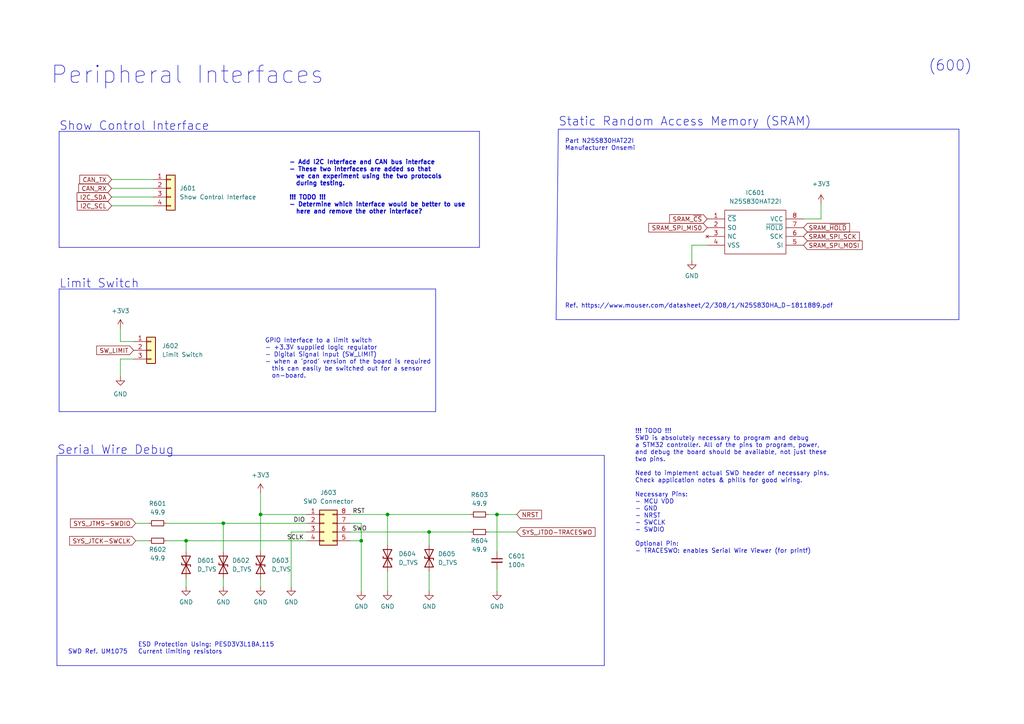
<source format=kicad_sch>
(kicad_sch (version 20230121) (generator eeschema)

  (uuid e96501d4-8ee8-446a-a279-025248d55db0)

  (paper "A4")

  (title_block
    (title "Peripheral Interfaces")
    (date "2022-10-30")
    (rev "HULA - 0.2")
    (company "Alexander S. Adranly")
  )

  (lib_symbols
    (symbol "Connector_Generic:Conn_01x03" (pin_names (offset 1.016) hide) (in_bom yes) (on_board yes)
      (property "Reference" "J" (at 0 5.08 0)
        (effects (font (size 1.27 1.27)))
      )
      (property "Value" "Conn_01x03" (at 0 -5.08 0)
        (effects (font (size 1.27 1.27)))
      )
      (property "Footprint" "" (at 0 0 0)
        (effects (font (size 1.27 1.27)) hide)
      )
      (property "Datasheet" "~" (at 0 0 0)
        (effects (font (size 1.27 1.27)) hide)
      )
      (property "ki_keywords" "connector" (at 0 0 0)
        (effects (font (size 1.27 1.27)) hide)
      )
      (property "ki_description" "Generic connector, single row, 01x03, script generated (kicad-library-utils/schlib/autogen/connector/)" (at 0 0 0)
        (effects (font (size 1.27 1.27)) hide)
      )
      (property "ki_fp_filters" "Connector*:*_1x??_*" (at 0 0 0)
        (effects (font (size 1.27 1.27)) hide)
      )
      (symbol "Conn_01x03_1_1"
        (rectangle (start -1.27 -2.413) (end 0 -2.667)
          (stroke (width 0.1524) (type default))
          (fill (type none))
        )
        (rectangle (start -1.27 0.127) (end 0 -0.127)
          (stroke (width 0.1524) (type default))
          (fill (type none))
        )
        (rectangle (start -1.27 2.667) (end 0 2.413)
          (stroke (width 0.1524) (type default))
          (fill (type none))
        )
        (rectangle (start -1.27 3.81) (end 1.27 -3.81)
          (stroke (width 0.254) (type default))
          (fill (type background))
        )
        (pin passive line (at -5.08 2.54 0) (length 3.81)
          (name "Pin_1" (effects (font (size 1.27 1.27))))
          (number "1" (effects (font (size 1.27 1.27))))
        )
        (pin passive line (at -5.08 0 0) (length 3.81)
          (name "Pin_2" (effects (font (size 1.27 1.27))))
          (number "2" (effects (font (size 1.27 1.27))))
        )
        (pin passive line (at -5.08 -2.54 0) (length 3.81)
          (name "Pin_3" (effects (font (size 1.27 1.27))))
          (number "3" (effects (font (size 1.27 1.27))))
        )
      )
    )
    (symbol "Connector_Generic:Conn_01x04" (pin_names (offset 1.016) hide) (in_bom yes) (on_board yes)
      (property "Reference" "J" (at 0 5.08 0)
        (effects (font (size 1.27 1.27)))
      )
      (property "Value" "Conn_01x04" (at 0 -7.62 0)
        (effects (font (size 1.27 1.27)))
      )
      (property "Footprint" "" (at 0 0 0)
        (effects (font (size 1.27 1.27)) hide)
      )
      (property "Datasheet" "~" (at 0 0 0)
        (effects (font (size 1.27 1.27)) hide)
      )
      (property "ki_keywords" "connector" (at 0 0 0)
        (effects (font (size 1.27 1.27)) hide)
      )
      (property "ki_description" "Generic connector, single row, 01x04, script generated (kicad-library-utils/schlib/autogen/connector/)" (at 0 0 0)
        (effects (font (size 1.27 1.27)) hide)
      )
      (property "ki_fp_filters" "Connector*:*_1x??_*" (at 0 0 0)
        (effects (font (size 1.27 1.27)) hide)
      )
      (symbol "Conn_01x04_1_1"
        (rectangle (start -1.27 -4.953) (end 0 -5.207)
          (stroke (width 0.1524) (type default))
          (fill (type none))
        )
        (rectangle (start -1.27 -2.413) (end 0 -2.667)
          (stroke (width 0.1524) (type default))
          (fill (type none))
        )
        (rectangle (start -1.27 0.127) (end 0 -0.127)
          (stroke (width 0.1524) (type default))
          (fill (type none))
        )
        (rectangle (start -1.27 2.667) (end 0 2.413)
          (stroke (width 0.1524) (type default))
          (fill (type none))
        )
        (rectangle (start -1.27 3.81) (end 1.27 -6.35)
          (stroke (width 0.254) (type default))
          (fill (type background))
        )
        (pin passive line (at -5.08 2.54 0) (length 3.81)
          (name "Pin_1" (effects (font (size 1.27 1.27))))
          (number "1" (effects (font (size 1.27 1.27))))
        )
        (pin passive line (at -5.08 0 0) (length 3.81)
          (name "Pin_2" (effects (font (size 1.27 1.27))))
          (number "2" (effects (font (size 1.27 1.27))))
        )
        (pin passive line (at -5.08 -2.54 0) (length 3.81)
          (name "Pin_3" (effects (font (size 1.27 1.27))))
          (number "3" (effects (font (size 1.27 1.27))))
        )
        (pin passive line (at -5.08 -5.08 0) (length 3.81)
          (name "Pin_4" (effects (font (size 1.27 1.27))))
          (number "4" (effects (font (size 1.27 1.27))))
        )
      )
    )
    (symbol "Connector_Generic:Conn_02x04_Counter_Clockwise" (pin_names (offset 1.016) hide) (in_bom yes) (on_board yes)
      (property "Reference" "J" (at 1.27 5.08 0)
        (effects (font (size 1.27 1.27)))
      )
      (property "Value" "Conn_02x04_Counter_Clockwise" (at 1.27 -7.62 0)
        (effects (font (size 1.27 1.27)))
      )
      (property "Footprint" "" (at 0 0 0)
        (effects (font (size 1.27 1.27)) hide)
      )
      (property "Datasheet" "~" (at 0 0 0)
        (effects (font (size 1.27 1.27)) hide)
      )
      (property "ki_keywords" "connector" (at 0 0 0)
        (effects (font (size 1.27 1.27)) hide)
      )
      (property "ki_description" "Generic connector, double row, 02x04, counter clockwise pin numbering scheme (similar to DIP packge numbering), script generated (kicad-library-utils/schlib/autogen/connector/)" (at 0 0 0)
        (effects (font (size 1.27 1.27)) hide)
      )
      (property "ki_fp_filters" "Connector*:*_2x??_*" (at 0 0 0)
        (effects (font (size 1.27 1.27)) hide)
      )
      (symbol "Conn_02x04_Counter_Clockwise_1_1"
        (rectangle (start -1.27 -4.953) (end 0 -5.207)
          (stroke (width 0.1524) (type default))
          (fill (type none))
        )
        (rectangle (start -1.27 -2.413) (end 0 -2.667)
          (stroke (width 0.1524) (type default))
          (fill (type none))
        )
        (rectangle (start -1.27 0.127) (end 0 -0.127)
          (stroke (width 0.1524) (type default))
          (fill (type none))
        )
        (rectangle (start -1.27 2.667) (end 0 2.413)
          (stroke (width 0.1524) (type default))
          (fill (type none))
        )
        (rectangle (start -1.27 3.81) (end 3.81 -6.35)
          (stroke (width 0.254) (type default))
          (fill (type background))
        )
        (rectangle (start 3.81 -4.953) (end 2.54 -5.207)
          (stroke (width 0.1524) (type default))
          (fill (type none))
        )
        (rectangle (start 3.81 -2.413) (end 2.54 -2.667)
          (stroke (width 0.1524) (type default))
          (fill (type none))
        )
        (rectangle (start 3.81 0.127) (end 2.54 -0.127)
          (stroke (width 0.1524) (type default))
          (fill (type none))
        )
        (rectangle (start 3.81 2.667) (end 2.54 2.413)
          (stroke (width 0.1524) (type default))
          (fill (type none))
        )
        (pin passive line (at -5.08 2.54 0) (length 3.81)
          (name "Pin_1" (effects (font (size 1.27 1.27))))
          (number "1" (effects (font (size 1.27 1.27))))
        )
        (pin passive line (at -5.08 0 0) (length 3.81)
          (name "Pin_2" (effects (font (size 1.27 1.27))))
          (number "2" (effects (font (size 1.27 1.27))))
        )
        (pin passive line (at -5.08 -2.54 0) (length 3.81)
          (name "Pin_3" (effects (font (size 1.27 1.27))))
          (number "3" (effects (font (size 1.27 1.27))))
        )
        (pin passive line (at -5.08 -5.08 0) (length 3.81)
          (name "Pin_4" (effects (font (size 1.27 1.27))))
          (number "4" (effects (font (size 1.27 1.27))))
        )
        (pin passive line (at 7.62 -5.08 180) (length 3.81)
          (name "Pin_5" (effects (font (size 1.27 1.27))))
          (number "5" (effects (font (size 1.27 1.27))))
        )
        (pin passive line (at 7.62 -2.54 180) (length 3.81)
          (name "Pin_6" (effects (font (size 1.27 1.27))))
          (number "6" (effects (font (size 1.27 1.27))))
        )
        (pin passive line (at 7.62 0 180) (length 3.81)
          (name "Pin_7" (effects (font (size 1.27 1.27))))
          (number "7" (effects (font (size 1.27 1.27))))
        )
        (pin passive line (at 7.62 2.54 180) (length 3.81)
          (name "Pin_8" (effects (font (size 1.27 1.27))))
          (number "8" (effects (font (size 1.27 1.27))))
        )
      )
    )
    (symbol "Device:C_Small" (pin_numbers hide) (pin_names (offset 0.254) hide) (in_bom yes) (on_board yes)
      (property "Reference" "C" (at 0.254 1.778 0)
        (effects (font (size 1.27 1.27)) (justify left))
      )
      (property "Value" "C_Small" (at 0.254 -2.032 0)
        (effects (font (size 1.27 1.27)) (justify left))
      )
      (property "Footprint" "" (at 0 0 0)
        (effects (font (size 1.27 1.27)) hide)
      )
      (property "Datasheet" "~" (at 0 0 0)
        (effects (font (size 1.27 1.27)) hide)
      )
      (property "ki_keywords" "capacitor cap" (at 0 0 0)
        (effects (font (size 1.27 1.27)) hide)
      )
      (property "ki_description" "Unpolarized capacitor, small symbol" (at 0 0 0)
        (effects (font (size 1.27 1.27)) hide)
      )
      (property "ki_fp_filters" "C_*" (at 0 0 0)
        (effects (font (size 1.27 1.27)) hide)
      )
      (symbol "C_Small_0_1"
        (polyline
          (pts
            (xy -1.524 -0.508)
            (xy 1.524 -0.508)
          )
          (stroke (width 0.3302) (type default))
          (fill (type none))
        )
        (polyline
          (pts
            (xy -1.524 0.508)
            (xy 1.524 0.508)
          )
          (stroke (width 0.3048) (type default))
          (fill (type none))
        )
      )
      (symbol "C_Small_1_1"
        (pin passive line (at 0 2.54 270) (length 2.032)
          (name "~" (effects (font (size 1.27 1.27))))
          (number "1" (effects (font (size 1.27 1.27))))
        )
        (pin passive line (at 0 -2.54 90) (length 2.032)
          (name "~" (effects (font (size 1.27 1.27))))
          (number "2" (effects (font (size 1.27 1.27))))
        )
      )
    )
    (symbol "Device:D_TVS" (pin_numbers hide) (pin_names (offset 1.016) hide) (in_bom yes) (on_board yes)
      (property "Reference" "D" (at 0 2.54 0)
        (effects (font (size 1.27 1.27)))
      )
      (property "Value" "D_TVS" (at 0 -2.54 0)
        (effects (font (size 1.27 1.27)))
      )
      (property "Footprint" "" (at 0 0 0)
        (effects (font (size 1.27 1.27)) hide)
      )
      (property "Datasheet" "~" (at 0 0 0)
        (effects (font (size 1.27 1.27)) hide)
      )
      (property "ki_keywords" "diode TVS thyrector" (at 0 0 0)
        (effects (font (size 1.27 1.27)) hide)
      )
      (property "ki_description" "Bidirectional transient-voltage-suppression diode" (at 0 0 0)
        (effects (font (size 1.27 1.27)) hide)
      )
      (property "ki_fp_filters" "TO-???* *_Diode_* *SingleDiode* D_*" (at 0 0 0)
        (effects (font (size 1.27 1.27)) hide)
      )
      (symbol "D_TVS_0_1"
        (polyline
          (pts
            (xy 1.27 0)
            (xy -1.27 0)
          )
          (stroke (width 0) (type default))
          (fill (type none))
        )
        (polyline
          (pts
            (xy 0.508 1.27)
            (xy 0 1.27)
            (xy 0 -1.27)
            (xy -0.508 -1.27)
          )
          (stroke (width 0.254) (type default))
          (fill (type none))
        )
        (polyline
          (pts
            (xy -2.54 1.27)
            (xy -2.54 -1.27)
            (xy 2.54 1.27)
            (xy 2.54 -1.27)
            (xy -2.54 1.27)
          )
          (stroke (width 0.254) (type default))
          (fill (type none))
        )
      )
      (symbol "D_TVS_1_1"
        (pin passive line (at -3.81 0 0) (length 2.54)
          (name "A1" (effects (font (size 1.27 1.27))))
          (number "1" (effects (font (size 1.27 1.27))))
        )
        (pin passive line (at 3.81 0 180) (length 2.54)
          (name "A2" (effects (font (size 1.27 1.27))))
          (number "2" (effects (font (size 1.27 1.27))))
        )
      )
    )
    (symbol "Device:R_Small" (pin_numbers hide) (pin_names (offset 0.254) hide) (in_bom yes) (on_board yes)
      (property "Reference" "R" (at 0.762 0.508 0)
        (effects (font (size 1.27 1.27)) (justify left))
      )
      (property "Value" "R_Small" (at 0.762 -1.016 0)
        (effects (font (size 1.27 1.27)) (justify left))
      )
      (property "Footprint" "" (at 0 0 0)
        (effects (font (size 1.27 1.27)) hide)
      )
      (property "Datasheet" "~" (at 0 0 0)
        (effects (font (size 1.27 1.27)) hide)
      )
      (property "ki_keywords" "R resistor" (at 0 0 0)
        (effects (font (size 1.27 1.27)) hide)
      )
      (property "ki_description" "Resistor, small symbol" (at 0 0 0)
        (effects (font (size 1.27 1.27)) hide)
      )
      (property "ki_fp_filters" "R_*" (at 0 0 0)
        (effects (font (size 1.27 1.27)) hide)
      )
      (symbol "R_Small_0_1"
        (rectangle (start -0.762 1.778) (end 0.762 -1.778)
          (stroke (width 0.2032) (type default))
          (fill (type none))
        )
      )
      (symbol "R_Small_1_1"
        (pin passive line (at 0 2.54 270) (length 0.762)
          (name "~" (effects (font (size 1.27 1.27))))
          (number "1" (effects (font (size 1.27 1.27))))
        )
        (pin passive line (at 0 -2.54 90) (length 0.762)
          (name "~" (effects (font (size 1.27 1.27))))
          (number "2" (effects (font (size 1.27 1.27))))
        )
      )
    )
    (symbol "SamacSys_Parts:N25S830HAT22I" (pin_names (offset 0.762)) (in_bom yes) (on_board yes)
      (property "Reference" "IC" (at 24.13 7.62 0)
        (effects (font (size 1.27 1.27)) (justify left))
      )
      (property "Value" "N25S830HAT22I" (at 24.13 5.08 0)
        (effects (font (size 1.27 1.27)) (justify left))
      )
      (property "Footprint" "SOP65P640X120-8N" (at 24.13 2.54 0)
        (effects (font (size 1.27 1.27)) (justify left) hide)
      )
      (property "Datasheet" "https://componentsearchengine.com/Datasheets/1/N25S830HAT22I.pdf" (at 24.13 0 0)
        (effects (font (size 1.27 1.27)) (justify left) hide)
      )
      (property "Description" "" (at 24.13 -2.54 0)
        (effects (font (size 1.27 1.27)) (justify left) hide)
      )
      (property "Height" "1.2" (at 24.13 -5.08 0)
        (effects (font (size 1.27 1.27)) (justify left) hide)
      )
      (property "Mouser Part Number" "863-N25S830HAT22I" (at 24.13 -7.62 0)
        (effects (font (size 1.27 1.27)) (justify left) hide)
      )
      (property "Mouser Price/Stock" "https://www.mouser.com/Search/Refine.aspx?Keyword=863-N25S830HAT22I" (at 24.13 -10.16 0)
        (effects (font (size 1.27 1.27)) (justify left) hide)
      )
      (property "Manufacturer_Name" "onsemi" (at 24.13 -12.7 0)
        (effects (font (size 1.27 1.27)) (justify left) hide)
      )
      (property "Manufacturer_Part_Number" "N25S830HAT22I" (at 24.13 -15.24 0)
        (effects (font (size 1.27 1.27)) (justify left) hide)
      )
      (symbol "N25S830HAT22I_0_0"
        (pin input line (at 0 0 0) (length 5.08)
          (name "~{CS}" (effects (font (size 1.27 1.27))))
          (number "1" (effects (font (size 1.27 1.27))))
        )
        (pin passive line (at 0 -2.54 0) (length 5.08)
          (name "SO" (effects (font (size 1.27 1.27))))
          (number "2" (effects (font (size 1.27 1.27))))
        )
        (pin no_connect line (at 0 -5.08 0) (length 5.08)
          (name "NC" (effects (font (size 1.27 1.27))))
          (number "3" (effects (font (size 1.27 1.27))))
        )
        (pin power_in line (at 0 -7.62 0) (length 5.08)
          (name "VSS" (effects (font (size 1.27 1.27))))
          (number "4" (effects (font (size 1.27 1.27))))
        )
        (pin passive line (at 27.94 -7.62 180) (length 5.08)
          (name "SI" (effects (font (size 1.27 1.27))))
          (number "5" (effects (font (size 1.27 1.27))))
        )
        (pin passive line (at 27.94 -5.08 180) (length 5.08)
          (name "SCK" (effects (font (size 1.27 1.27))))
          (number "6" (effects (font (size 1.27 1.27))))
        )
        (pin passive line (at 27.94 -2.54 180) (length 5.08)
          (name "~{HOLD}" (effects (font (size 1.27 1.27))))
          (number "7" (effects (font (size 1.27 1.27))))
        )
        (pin power_in line (at 27.94 0 180) (length 5.08)
          (name "VCC" (effects (font (size 1.27 1.27))))
          (number "8" (effects (font (size 1.27 1.27))))
        )
      )
      (symbol "N25S830HAT22I_0_1"
        (polyline
          (pts
            (xy 5.08 2.54)
            (xy 22.86 2.54)
            (xy 22.86 -10.16)
            (xy 5.08 -10.16)
            (xy 5.08 2.54)
          )
          (stroke (width 0.1524) (type default))
          (fill (type none))
        )
      )
    )
    (symbol "power:+3V3" (power) (pin_names (offset 0)) (in_bom yes) (on_board yes)
      (property "Reference" "#PWR" (at 0 -3.81 0)
        (effects (font (size 1.27 1.27)) hide)
      )
      (property "Value" "+3V3" (at 0 3.556 0)
        (effects (font (size 1.27 1.27)))
      )
      (property "Footprint" "" (at 0 0 0)
        (effects (font (size 1.27 1.27)) hide)
      )
      (property "Datasheet" "" (at 0 0 0)
        (effects (font (size 1.27 1.27)) hide)
      )
      (property "ki_keywords" "power-flag" (at 0 0 0)
        (effects (font (size 1.27 1.27)) hide)
      )
      (property "ki_description" "Power symbol creates a global label with name \"+3V3\"" (at 0 0 0)
        (effects (font (size 1.27 1.27)) hide)
      )
      (symbol "+3V3_0_1"
        (polyline
          (pts
            (xy -0.762 1.27)
            (xy 0 2.54)
          )
          (stroke (width 0) (type default))
          (fill (type none))
        )
        (polyline
          (pts
            (xy 0 0)
            (xy 0 2.54)
          )
          (stroke (width 0) (type default))
          (fill (type none))
        )
        (polyline
          (pts
            (xy 0 2.54)
            (xy 0.762 1.27)
          )
          (stroke (width 0) (type default))
          (fill (type none))
        )
      )
      (symbol "+3V3_1_1"
        (pin power_in line (at 0 0 90) (length 0) hide
          (name "+3V3" (effects (font (size 1.27 1.27))))
          (number "1" (effects (font (size 1.27 1.27))))
        )
      )
    )
    (symbol "power:GND" (power) (pin_names (offset 0)) (in_bom yes) (on_board yes)
      (property "Reference" "#PWR" (at 0 -6.35 0)
        (effects (font (size 1.27 1.27)) hide)
      )
      (property "Value" "GND" (at 0 -3.81 0)
        (effects (font (size 1.27 1.27)))
      )
      (property "Footprint" "" (at 0 0 0)
        (effects (font (size 1.27 1.27)) hide)
      )
      (property "Datasheet" "" (at 0 0 0)
        (effects (font (size 1.27 1.27)) hide)
      )
      (property "ki_keywords" "power-flag" (at 0 0 0)
        (effects (font (size 1.27 1.27)) hide)
      )
      (property "ki_description" "Power symbol creates a global label with name \"GND\" , ground" (at 0 0 0)
        (effects (font (size 1.27 1.27)) hide)
      )
      (symbol "GND_0_1"
        (polyline
          (pts
            (xy 0 0)
            (xy 0 -1.27)
            (xy 1.27 -1.27)
            (xy 0 -2.54)
            (xy -1.27 -1.27)
            (xy 0 -1.27)
          )
          (stroke (width 0) (type default))
          (fill (type none))
        )
      )
      (symbol "GND_1_1"
        (pin power_in line (at 0 0 270) (length 0) hide
          (name "GND" (effects (font (size 1.27 1.27))))
          (number "1" (effects (font (size 1.27 1.27))))
        )
      )
    )
  )

  (junction (at 124.46 154.305) (diameter 0) (color 0 0 0 0)
    (uuid 51ce52e5-b554-4046-b008-b81c03c3db2c)
  )
  (junction (at 144.145 149.225) (diameter 0) (color 0 0 0 0)
    (uuid 6ebbbe80-76c6-4fe5-ab55-07901988dfd3)
  )
  (junction (at 112.395 149.225) (diameter 0) (color 0 0 0 0)
    (uuid 8b55dfbd-1547-40f7-a59d-5ca2c6acd29a)
  )
  (junction (at 64.77 151.765) (diameter 0) (color 0 0 0 0)
    (uuid 9b628c3d-8819-4f01-9590-16c2ebb74412)
  )
  (junction (at 75.565 149.225) (diameter 0) (color 0 0 0 0)
    (uuid 9f8c739f-1986-4829-86f4-c5764f664e59)
  )
  (junction (at 53.975 156.845) (diameter 0) (color 0 0 0 0)
    (uuid bf8cfa6f-8df7-4862-815e-6fa322b657cb)
  )
  (junction (at 104.775 156.845) (diameter 0) (color 0 0 0 0)
    (uuid cf7949f2-5f13-4f57-b25b-8a7aaf4ab47b)
  )

  (polyline (pts (xy 17.145 71.755) (xy 139.065 71.755))
    (stroke (width 0) (type default))
    (uuid 05c7ab2d-2632-438d-b344-24bc61d43f9c)
  )

  (wire (pts (xy 112.395 149.225) (xy 101.6 149.225))
    (stroke (width 0) (type default))
    (uuid 09004340-51e9-4a1f-9bf8-47ad34c1b247)
  )
  (polyline (pts (xy 126.365 119.38) (xy 126.365 83.82))
    (stroke (width 0) (type default))
    (uuid 0bf812a4-50c3-4ffe-b50c-37a0d9a2ee10)
  )

  (wire (pts (xy 64.77 151.765) (xy 88.9 151.765))
    (stroke (width 0) (type default))
    (uuid 1288dab8-66ac-45d2-a65d-479cd6d6ef0e)
  )
  (wire (pts (xy 53.975 167.64) (xy 53.975 170.18))
    (stroke (width 0) (type default))
    (uuid 14c46388-7df8-4e76-a007-76e9f15ce559)
  )
  (wire (pts (xy 144.145 149.225) (xy 141.605 149.225))
    (stroke (width 0) (type default))
    (uuid 176e19b1-5f8b-4407-b355-df841cb57085)
  )
  (wire (pts (xy 101.6 156.845) (xy 104.775 156.845))
    (stroke (width 0) (type default))
    (uuid 1d54a2a3-af93-4c5b-b4f8-5d1b20d71a0f)
  )
  (wire (pts (xy 75.565 167.64) (xy 75.565 170.18))
    (stroke (width 0) (type default))
    (uuid 2a02a125-f579-4d46-8687-a8c16c0dad6b)
  )
  (wire (pts (xy 238.125 63.5) (xy 238.125 59.055))
    (stroke (width 0) (type default))
    (uuid 2a52db8b-2cf4-4f97-b17c-b0419d275383)
  )
  (wire (pts (xy 149.86 149.225) (xy 144.145 149.225))
    (stroke (width 0) (type default))
    (uuid 2a6ce220-6ace-4a3f-af31-e2c4b71b6b78)
  )
  (wire (pts (xy 124.46 154.305) (xy 101.6 154.305))
    (stroke (width 0) (type default))
    (uuid 2c8a1a9f-1132-4703-b434-0312214ac19e)
  )
  (wire (pts (xy 84.455 154.305) (xy 84.455 170.18))
    (stroke (width 0) (type default))
    (uuid 2f9cdeb2-9fa0-4178-8811-1e3157849382)
  )
  (wire (pts (xy 32.385 54.61) (xy 44.45 54.61))
    (stroke (width 0) (type default))
    (uuid 32a32bf1-caa7-454c-9051-ba29b90cf834)
  )
  (polyline (pts (xy 175.26 193.04) (xy 175.26 132.08))
    (stroke (width 0) (type default))
    (uuid 39152878-04c2-46b6-9093-1fe84e7c099b)
  )

  (wire (pts (xy 136.525 149.225) (xy 112.395 149.225))
    (stroke (width 0) (type default))
    (uuid 3cf0f6b9-160f-4f82-9279-adb891fbbe79)
  )
  (polyline (pts (xy 17.145 38.1) (xy 17.145 71.755))
    (stroke (width 0) (type default))
    (uuid 41341b8d-54a0-4e45-8431-2a06e2d6a091)
  )

  (wire (pts (xy 48.26 156.845) (xy 53.975 156.845))
    (stroke (width 0) (type default))
    (uuid 41e28ab1-77e6-4266-8f4f-e801c7bf418a)
  )
  (wire (pts (xy 32.385 57.15) (xy 44.45 57.15))
    (stroke (width 0) (type default))
    (uuid 474b692a-9f07-4b2d-a7eb-8b483bb94007)
  )
  (wire (pts (xy 104.775 156.845) (xy 104.775 171.45))
    (stroke (width 0) (type default))
    (uuid 4e433d53-7cbf-4903-8e66-31630e4c5078)
  )
  (wire (pts (xy 38.735 99.06) (xy 34.925 99.06))
    (stroke (width 0) (type default))
    (uuid 6186b7e1-c108-488f-95c9-89c989347919)
  )
  (wire (pts (xy 53.975 156.845) (xy 88.9 156.845))
    (stroke (width 0) (type default))
    (uuid 64c672a1-6813-47f1-80f2-63231998f793)
  )
  (wire (pts (xy 104.775 151.765) (xy 104.775 156.845))
    (stroke (width 0) (type default))
    (uuid 66d717f5-f48c-42e1-846e-f5ea8f43a953)
  )
  (wire (pts (xy 136.525 154.305) (xy 124.46 154.305))
    (stroke (width 0) (type default))
    (uuid 68e8b15d-fd90-4c27-998d-039ddbb6c916)
  )
  (wire (pts (xy 39.37 156.845) (xy 43.18 156.845))
    (stroke (width 0) (type default))
    (uuid 6f20ce33-6e04-47bd-8325-bff83842ad1f)
  )
  (wire (pts (xy 39.37 151.765) (xy 43.18 151.765))
    (stroke (width 0) (type default))
    (uuid 716d5a95-c1f7-42b2-ba5f-c57d92f6788d)
  )
  (polyline (pts (xy 17.145 83.82) (xy 17.145 119.38))
    (stroke (width 0) (type default))
    (uuid 71e2d103-b3ec-4a40-9da1-cac5905d93e2)
  )
  (polyline (pts (xy 16.51 132.08) (xy 16.51 193.04))
    (stroke (width 0) (type default))
    (uuid 72ced4a1-cea6-480c-8cd2-44b0ca0d2c08)
  )
  (polyline (pts (xy 161.29 92.71) (xy 278.13 92.71))
    (stroke (width 0) (type default))
    (uuid 7aa8856e-4196-49e0-954f-b105f33bfae7)
  )
  (polyline (pts (xy 278.13 92.71) (xy 278.13 37.465))
    (stroke (width 0) (type default))
    (uuid 89d6792e-f901-40a9-943f-4ae7ff1e9635)
  )

  (wire (pts (xy 124.46 154.305) (xy 124.46 158.115))
    (stroke (width 0) (type default))
    (uuid 8ae6a7b8-ce0c-4ccd-a545-59c48de3f040)
  )
  (wire (pts (xy 48.26 151.765) (xy 64.77 151.765))
    (stroke (width 0) (type default))
    (uuid 8d4777eb-2aa9-432d-afb0-5f4f95c58f6f)
  )
  (polyline (pts (xy 126.365 83.82) (xy 17.145 83.82))
    (stroke (width 0) (type default))
    (uuid 8de4c48c-d119-473d-81ff-14377f1e937e)
  )
  (polyline (pts (xy 17.145 119.38) (xy 126.365 119.38))
    (stroke (width 0) (type default))
    (uuid 933cb62b-c822-4d4f-b621-ab11ac6a93f5)
  )

  (wire (pts (xy 88.9 154.305) (xy 84.455 154.305))
    (stroke (width 0) (type default))
    (uuid 996d2b9a-2d37-44cc-88f7-793b9d4d4e3d)
  )
  (wire (pts (xy 112.395 165.735) (xy 112.395 171.45))
    (stroke (width 0) (type default))
    (uuid 99e0cc08-acc1-43a6-8598-a028e07fa1f4)
  )
  (wire (pts (xy 32.385 52.07) (xy 44.45 52.07))
    (stroke (width 0) (type default))
    (uuid 9c450964-0add-4ab4-9a4a-cdf38d44ccf3)
  )
  (polyline (pts (xy 139.065 71.755) (xy 139.065 38.1))
    (stroke (width 0) (type default))
    (uuid af9d50fa-73d1-48be-b813-cf36ab246708)
  )
  (polyline (pts (xy 161.925 37.465) (xy 161.29 92.71))
    (stroke (width 0) (type default))
    (uuid b56fbe01-8424-4f25-945e-5ecc3d647861)
  )

  (wire (pts (xy 64.77 160.02) (xy 64.77 151.765))
    (stroke (width 0) (type default))
    (uuid b5c93e15-d323-46e7-a262-d17558924b22)
  )
  (wire (pts (xy 34.925 109.22) (xy 34.925 104.14))
    (stroke (width 0) (type default))
    (uuid bced46be-1730-4a19-aa41-9b6b3a3b1797)
  )
  (wire (pts (xy 144.145 160.02) (xy 144.145 149.225))
    (stroke (width 0) (type default))
    (uuid bf37b690-d694-48b4-beb9-8d7504db3ba7)
  )
  (wire (pts (xy 34.925 99.06) (xy 34.925 95.25))
    (stroke (width 0) (type default))
    (uuid c5eff896-c24e-414f-b96d-c215ea0d9cbf)
  )
  (wire (pts (xy 149.86 154.305) (xy 141.605 154.305))
    (stroke (width 0) (type default))
    (uuid c65d1b7a-f674-41ac-b93a-f722dbe1d44d)
  )
  (wire (pts (xy 34.925 104.14) (xy 38.735 104.14))
    (stroke (width 0) (type default))
    (uuid c8808c73-fc30-44a8-b860-c8577532e79b)
  )
  (wire (pts (xy 64.77 167.64) (xy 64.77 170.18))
    (stroke (width 0) (type default))
    (uuid caa1c6bf-ccc6-4411-ab24-92b45dc64b6f)
  )
  (wire (pts (xy 144.145 165.1) (xy 144.145 171.45))
    (stroke (width 0) (type default))
    (uuid cda5f480-a1ea-4558-9284-1896e63ccb14)
  )
  (wire (pts (xy 75.565 142.875) (xy 75.565 149.225))
    (stroke (width 0) (type default))
    (uuid d2291a86-acc9-47bc-9d05-416ac6040eb6)
  )
  (polyline (pts (xy 16.51 193.04) (xy 175.26 193.04))
    (stroke (width 0) (type default))
    (uuid d5935f22-e46c-493f-96c1-feb9f06fda63)
  )
  (polyline (pts (xy 139.065 38.1) (xy 17.145 38.1))
    (stroke (width 0) (type default))
    (uuid d6f56344-c01f-4a1f-b7e4-04dda3c26099)
  )

  (wire (pts (xy 233.045 63.5) (xy 238.125 63.5))
    (stroke (width 0) (type default))
    (uuid dfdfbd28-f29c-43af-bde4-baa24d54094b)
  )
  (wire (pts (xy 101.6 151.765) (xy 104.775 151.765))
    (stroke (width 0) (type default))
    (uuid e111027f-399a-4b1d-b596-f7a264ced6fa)
  )
  (wire (pts (xy 112.395 149.225) (xy 112.395 158.115))
    (stroke (width 0) (type default))
    (uuid e670cbce-9304-49f3-a047-a5f8b126ba11)
  )
  (wire (pts (xy 32.385 59.69) (xy 44.45 59.69))
    (stroke (width 0) (type default))
    (uuid e67d981f-a39f-4707-b99d-d10f063cc71e)
  )
  (polyline (pts (xy 175.26 132.08) (xy 16.51 132.08))
    (stroke (width 0) (type default))
    (uuid e782e708-8e94-407e-85d9-fc499d2851d1)
  )

  (wire (pts (xy 124.46 165.735) (xy 124.46 171.45))
    (stroke (width 0) (type default))
    (uuid e7cbd5e1-6deb-4d4a-836c-c35597ad23da)
  )
  (wire (pts (xy 75.565 149.225) (xy 88.9 149.225))
    (stroke (width 0) (type default))
    (uuid efc9f47a-d59b-4320-94c0-8c829af3820b)
  )
  (wire (pts (xy 53.975 156.845) (xy 53.975 160.02))
    (stroke (width 0) (type default))
    (uuid f08e579a-2c55-41e2-9edf-0a666e074df2)
  )
  (wire (pts (xy 200.66 75.565) (xy 200.66 71.12))
    (stroke (width 0) (type default))
    (uuid f32c9c10-7036-4ec4-9af0-7ec17891735b)
  )
  (wire (pts (xy 75.565 149.225) (xy 75.565 160.02))
    (stroke (width 0) (type default))
    (uuid f59c3852-4ec2-4074-bca7-e6ea7104015c)
  )
  (polyline (pts (xy 161.925 37.465) (xy 278.13 37.465))
    (stroke (width 0) (type default))
    (uuid f954539f-23c2-4962-86ba-50c2b5ae87b6)
  )

  (wire (pts (xy 200.66 71.12) (xy 205.105 71.12))
    (stroke (width 0) (type default))
    (uuid fcd5c38a-f56b-4e72-bf47-5c1d2e7fcd8e)
  )

  (text "Limit Switch" (at 17.145 83.82 0)
    (effects (font (size 2.5 2.5)) (justify left bottom))
    (uuid 001f881a-6d76-4f08-bd63-445e80b58480)
  )
  (text "Static Random Access Memory (SRAM)" (at 161.925 36.83 0)
    (effects (font (size 2.5 2.5)) (justify left bottom))
    (uuid 0758d836-dce9-4548-b28f-8dd9cef1be6c)
  )
  (text "- Add I2C Interface and CAN bus interface\n- These two interfaces are added so that \n  we can experiment using the two protocols \n  during testing.\n\n!!! TODO !!!\n- Determine which interface would be better to use\n  here and remove the other interface?"
    (at 83.82 62.23 0)
    (effects (font (size 1.27 1.27) (thickness 0.254) bold) (justify left bottom))
    (uuid 1776e37e-b615-48cd-b7e9-6954f98164f5)
  )
  (text "Ref. https://www.mouser.com/datasheet/2/308/1/N25S830HA_D-1811889.pdf"
    (at 163.83 89.535 0)
    (effects (font (size 1.27 1.27)) (justify left bottom))
    (uuid 22c3e54b-ed3e-40b7-abe6-0bbb53181135)
  )
  (text "!!! TODO !!!\nSWD is absolutely necessary to program and debug\na STM32 controller. All of the pins to program, power,\nand debug the board should be available, not just these\ntwo pins.\n\nNeed to implement actual SWD header of necessary pins.\nCheck application notes & phills for good wiring.\n\nNecessary Pins:\n- MCU VDD\n- GND\n- NRST\n- SWCLK\n- SWDIO\n\nOptional Pin:\n- TRACESWO: enables Serial Wire Viewer (for printf)"
    (at 184.15 160.655 0)
    (effects (font (size 1.27 1.27)) (justify left bottom))
    (uuid 638f9917-1129-4804-8881-422f4914ed1f)
  )
  (text "Part N25S830HAT22I\nManufacturer Onsemi" (at 163.83 43.815 0)
    (effects (font (size 1.27 1.27)) (justify left bottom))
    (uuid 8e261541-78d3-4673-994a-6b31b47d42cf)
  )
  (text "ESD Protection Using: PESD3V3L1BA,115\nCurrent limiting resistors"
    (at 40.005 189.865 0)
    (effects (font (size 1.27 1.27)) (justify left bottom))
    (uuid 965e6fb4-953c-4691-bf7f-08a32e9d3671)
  )
  (text "Serial Wire Debug" (at 16.51 132.08 0)
    (effects (font (size 2.5 2.5)) (justify left bottom))
    (uuid a29a47d4-b4b6-4cbf-b3a5-43ca2b641087)
  )
  (text "SWD Ref. UM1075" (at 19.685 189.865 0)
    (effects (font (size 1.27 1.27)) (justify left bottom))
    (uuid be7de968-33ef-4f91-8b12-f0d3a2050b4c)
  )
  (text "Show Control Interface" (at 17.145 38.1 0)
    (effects (font (size 2.5 2.5)) (justify left bottom))
    (uuid c77b8c3c-4e5d-4885-8d87-4573b5053901)
  )
  (text "GPIO Interface to a limit switch\n- +3.3V supplied logic regulator\n- Digital Signal Input (SW_LIMIT)\n- when a 'prod' version of the board is required\n  this can easily be switched out for a sensor\n  on-board."
    (at 76.835 109.855 0)
    (effects (font (size 1.27 1.27)) (justify left bottom))
    (uuid c9054897-1352-4ef8-8cb3-b679a3d4aa72)
  )
  (text "Peripheral Interfaces" (at 14.605 24.765 0)
    (effects (font (size 5 5)) (justify left bottom))
    (uuid e8b9bb5d-140a-4c99-8f74-4fc56f81159c)
  )
  (text "(600)" (at 269.24 20.955 0)
    (effects (font (size 3 3)) (justify left bottom))
    (uuid f77e1cf1-10b8-41d1-9804-feb0bc1d2b6c)
  )

  (label "DIO" (at 85.09 151.765 0) (fields_autoplaced)
    (effects (font (size 1.27 1.27)) (justify left bottom))
    (uuid 5d085e67-c4e8-4c14-812a-002eae727cb9)
  )
  (label "RST" (at 102.235 149.225 0) (fields_autoplaced)
    (effects (font (size 1.27 1.27)) (justify left bottom))
    (uuid 87b7c681-1a8d-48ba-8de4-4dde083e6383)
  )
  (label "SCLK" (at 83.185 156.845 0) (fields_autoplaced)
    (effects (font (size 1.27 1.27)) (justify left bottom))
    (uuid 8ec75832-94f5-4c85-8920-bb27bb2bf666)
  )
  (label "SWO" (at 102.235 154.305 0) (fields_autoplaced)
    (effects (font (size 1.27 1.27)) (justify left bottom))
    (uuid eb0b9edd-bf2a-4bec-8a8f-cde7c7d9b6e1)
  )

  (global_label "NRST" (shape input) (at 149.86 149.225 0) (fields_autoplaced)
    (effects (font (size 1.27 1.27)) (justify left))
    (uuid 009447f1-b1e9-47e0-be42-61743cdcc778)
    (property "Intersheetrefs" "${INTERSHEET_REFS}" (at 157.0507 149.3044 0)
      (effects (font (size 1.27 1.27)) (justify left) hide)
    )
  )
  (global_label "SRAM_SPI_MIS0" (shape input) (at 205.105 66.04 180) (fields_autoplaced)
    (effects (font (size 1.27 1.27)) (justify right))
    (uuid 1463fdf5-09e3-4027-9391-934910f4de5f)
    (property "Intersheetrefs" "${INTERSHEET_REFS}" (at 188.1776 65.9606 0)
      (effects (font (size 1.27 1.27)) (justify right) hide)
    )
  )
  (global_label "SRAM_~{CS}" (shape input) (at 205.105 63.5 180) (fields_autoplaced)
    (effects (font (size 1.27 1.27)) (justify right))
    (uuid 46d71959-6416-4900-a9ed-fe401c863035)
    (property "Intersheetrefs" "${INTERSHEET_REFS}" (at 194.2252 63.4206 0)
      (effects (font (size 1.27 1.27)) (justify right) hide)
    )
  )
  (global_label "SRAM_SPI_MOSI" (shape input) (at 233.045 71.12 0) (fields_autoplaced)
    (effects (font (size 1.27 1.27)) (justify left))
    (uuid 65fd4859-66d2-4476-9309-c6b69f3eb4cb)
    (property "Intersheetrefs" "${INTERSHEET_REFS}" (at 250.0933 71.0406 0)
      (effects (font (size 1.27 1.27)) (justify left) hide)
    )
  )
  (global_label "SYS_JTCK-SWCLK" (shape input) (at 39.37 156.845 180) (fields_autoplaced)
    (effects (font (size 1.27 1.27)) (justify right))
    (uuid 7abe0d99-a87c-4dbc-9faa-3672e11d41a1)
    (property "Intersheetrefs" "${INTERSHEET_REFS}" (at 20.205 156.9244 0)
      (effects (font (size 1.27 1.27)) (justify right) hide)
    )
  )
  (global_label "SW_LIMIT" (shape input) (at 38.735 101.6 180) (fields_autoplaced)
    (effects (font (size 1.27 1.27)) (justify right))
    (uuid 7c2d2062-7bef-4130-b097-eeb47ec03ab6)
    (property "Intersheetrefs" "${INTERSHEET_REFS}" (at 28.0367 101.5206 0)
      (effects (font (size 1.27 1.27)) (justify right) hide)
    )
  )
  (global_label "I2C_SDA" (shape input) (at 32.385 57.15 180) (fields_autoplaced)
    (effects (font (size 1.27 1.27)) (justify right))
    (uuid 7def48ba-1fd6-4858-8350-7f669793fcd5)
    (property "Intersheetrefs" "${INTERSHEET_REFS}" (at 22.3519 57.0706 0)
      (effects (font (size 1.27 1.27)) (justify right) hide)
    )
  )
  (global_label "CAN_RX" (shape input) (at 32.385 54.61 180) (fields_autoplaced)
    (effects (font (size 1.27 1.27)) (justify right))
    (uuid 880fde78-88b1-4955-946c-675b0730f2e6)
    (property "Intersheetrefs" "${INTERSHEET_REFS}" (at 22.8357 54.5306 0)
      (effects (font (size 1.27 1.27)) (justify right) hide)
    )
  )
  (global_label "CAN_TX" (shape input) (at 32.385 52.07 180) (fields_autoplaced)
    (effects (font (size 1.27 1.27)) (justify right))
    (uuid 95a0b38a-7d08-4278-8bcd-851e550f7119)
    (property "Intersheetrefs" "${INTERSHEET_REFS}" (at 23.1381 51.9906 0)
      (effects (font (size 1.27 1.27)) (justify right) hide)
    )
  )
  (global_label "SRAM_SPI_SCK" (shape input) (at 233.045 68.58 0) (fields_autoplaced)
    (effects (font (size 1.27 1.27)) (justify left))
    (uuid a5e92ca8-a620-4e51-a9e2-9406b473cdea)
    (property "Intersheetrefs" "${INTERSHEET_REFS}" (at 249.2467 68.5006 0)
      (effects (font (size 1.27 1.27)) (justify left) hide)
    )
  )
  (global_label "SYS_JTDO-TRACESWO" (shape input) (at 149.86 154.305 0) (fields_autoplaced)
    (effects (font (size 1.27 1.27)) (justify left))
    (uuid b55a363f-c407-4c19-b266-12e618f190aa)
    (property "Intersheetrefs" "${INTERSHEET_REFS}" (at 172.5931 154.3844 0)
      (effects (font (size 1.27 1.27)) (justify left) hide)
    )
  )
  (global_label "SRAM_~{HOLD}" (shape input) (at 233.045 66.04 0) (fields_autoplaced)
    (effects (font (size 1.27 1.27)) (justify left))
    (uuid dbd64f0b-7bcb-43a1-95a8-ade08dcd5bba)
    (property "Intersheetrefs" "${INTERSHEET_REFS}" (at 246.4043 65.9606 0)
      (effects (font (size 1.27 1.27)) (justify left) hide)
    )
  )
  (global_label "SYS_JTMS-SWDIO" (shape input) (at 39.37 151.765 180) (fields_autoplaced)
    (effects (font (size 1.27 1.27)) (justify right))
    (uuid e182c3e2-a1ee-4644-a61f-3e7875fa3725)
    (property "Intersheetrefs" "${INTERSHEET_REFS}" (at 20.4469 151.8444 0)
      (effects (font (size 1.27 1.27)) (justify right) hide)
    )
  )
  (global_label "I2C_SCL" (shape input) (at 32.385 59.69 180) (fields_autoplaced)
    (effects (font (size 1.27 1.27)) (justify right))
    (uuid f441bc1c-3b13-4102-97e0-93d9f8838fa3)
    (property "Intersheetrefs" "${INTERSHEET_REFS}" (at 22.4124 59.6106 0)
      (effects (font (size 1.27 1.27)) (justify right) hide)
    )
  )

  (symbol (lib_id "SamacSys_Parts:N25S830HAT22I") (at 205.105 63.5 0) (unit 1)
    (in_bom yes) (on_board yes) (dnp no) (fields_autoplaced)
    (uuid 0113964c-bc93-40ae-9d56-4c1e2fdc78d6)
    (property "Reference" "IC601" (at 219.075 55.88 0)
      (effects (font (size 1.27 1.27)))
    )
    (property "Value" "N25S830HAT22I" (at 219.075 58.42 0)
      (effects (font (size 1.27 1.27)))
    )
    (property "Footprint" "SOP65P640X120-8N" (at 229.235 60.96 0)
      (effects (font (size 1.27 1.27)) (justify left) hide)
    )
    (property "Datasheet" "https://componentsearchengine.com/Datasheets/1/N25S830HAT22I.pdf" (at 229.235 63.5 0)
      (effects (font (size 1.27 1.27)) (justify left) hide)
    )
    (property "Description" "SRAM - hand soldering (not buying from JLCPCB)" (at 229.235 66.04 0)
      (effects (font (size 1.27 1.27)) (justify left) hide)
    )
    (property "Height" "1.2" (at 229.235 68.58 0)
      (effects (font (size 1.27 1.27)) (justify left) hide)
    )
    (property "Mouser Part Number" "863-N25S830HAT22I" (at 229.235 71.12 0)
      (effects (font (size 1.27 1.27)) (justify left) hide)
    )
    (property "Mouser Price/Stock" "https://www.mouser.com/Search/Refine.aspx?Keyword=863-N25S830HAT22I" (at 229.235 73.66 0)
      (effects (font (size 1.27 1.27)) (justify left) hide)
    )
    (property "Manufacturer_Name" "onsemi" (at 229.235 76.2 0)
      (effects (font (size 1.27 1.27)) (justify left) hide)
    )
    (property "Manufacturer_Part_Number" "N25S830HAT22I" (at 229.235 78.74 0)
      (effects (font (size 1.27 1.27)) (justify left) hide)
    )
    (pin "1" (uuid 11c8e90c-3acd-4daf-9c91-abd8787c11be))
    (pin "2" (uuid 63c6e680-81df-46d1-ae78-b0f3068e090e))
    (pin "3" (uuid cd80c0f0-0789-444c-a86f-452ebf8a3fb6))
    (pin "4" (uuid 405da156-9f81-4a7b-822c-41eb443527c2))
    (pin "5" (uuid 73ef5b5c-f48b-4c88-8ffb-d1540f131cf3))
    (pin "6" (uuid 071a5bfe-decc-452e-8239-d217bb5d3dc8))
    (pin "7" (uuid 5656e8fb-bbfb-41b6-a531-bc0e61a5af9d))
    (pin "8" (uuid 311bdb70-5cdf-45fa-a080-b8a6378820f8))
    (instances
      (project "motor_controller"
        (path "/e63e39d7-6ac0-4ffd-8aa3-1841a4541b55/5b033eee-32b7-410d-9ca8-1480d9e3f6f3"
          (reference "IC601") (unit 1)
        )
      )
    )
  )

  (symbol (lib_id "Device:C_Small") (at 144.145 162.56 0) (unit 1)
    (in_bom yes) (on_board yes) (dnp no) (fields_autoplaced)
    (uuid 03d2b158-ca4f-4556-b3ff-04c2a795ce8b)
    (property "Reference" "C601" (at 147.32 161.2962 0)
      (effects (font (size 1.27 1.27)) (justify left))
    )
    (property "Value" "100n" (at 147.32 163.8362 0)
      (effects (font (size 1.27 1.27)) (justify left))
    )
    (property "Footprint" "Resistor_SMD:R_0402_1005Metric" (at 144.145 162.56 0)
      (effects (font (size 1.27 1.27)) hide)
    )
    (property "Datasheet" "~" (at 144.145 162.56 0)
      (effects (font (size 1.27 1.27)) hide)
    )
    (property "Description" "MLCC, 10%" (at 144.145 162.56 0)
      (effects (font (size 1.27 1.27)) hide)
    )
    (property "Manufacturer_Name" "YAGEO" (at 144.145 162.56 0)
      (effects (font (size 1.27 1.27)) hide)
    )
    (property "Manufacturer_Part_Number" "CC0402KRX7R9BB104" (at 144.145 162.56 0)
      (effects (font (size 1.27 1.27)) hide)
    )
    (pin "1" (uuid 2bb1a6f7-3f34-4b0e-b41b-4acc9eb9b40b))
    (pin "2" (uuid 6d8a6a33-0345-411a-9661-e5307ac38571))
    (instances
      (project "motor_controller"
        (path "/e63e39d7-6ac0-4ffd-8aa3-1841a4541b55/5b033eee-32b7-410d-9ca8-1480d9e3f6f3"
          (reference "C601") (unit 1)
        )
      )
    )
  )

  (symbol (lib_id "power:+3V3") (at 34.925 95.25 0) (unit 1)
    (in_bom yes) (on_board yes) (dnp no) (fields_autoplaced)
    (uuid 0904c8c7-aa5b-47f0-b012-d7d79d1cde34)
    (property "Reference" "#PWR0108" (at 34.925 99.06 0)
      (effects (font (size 1.27 1.27)) hide)
    )
    (property "Value" "+3V3" (at 34.925 90.17 0)
      (effects (font (size 1.27 1.27)))
    )
    (property "Footprint" "" (at 34.925 95.25 0)
      (effects (font (size 1.27 1.27)) hide)
    )
    (property "Datasheet" "" (at 34.925 95.25 0)
      (effects (font (size 1.27 1.27)) hide)
    )
    (pin "1" (uuid 95a894a0-14fb-44cb-9f53-4c4d5294b35f))
    (instances
      (project "motor_controller"
        (path "/e63e39d7-6ac0-4ffd-8aa3-1841a4541b55/5b033eee-32b7-410d-9ca8-1480d9e3f6f3"
          (reference "#PWR0108") (unit 1)
        )
      )
    )
  )

  (symbol (lib_id "power:GND") (at 75.565 170.18 0) (unit 1)
    (in_bom yes) (on_board yes) (dnp no) (fields_autoplaced)
    (uuid 34a1c4d1-945c-4830-afa8-d15f50c33a1c)
    (property "Reference" "#PWR0115" (at 75.565 176.53 0)
      (effects (font (size 1.27 1.27)) hide)
    )
    (property "Value" "GND" (at 75.565 174.625 0)
      (effects (font (size 1.27 1.27)))
    )
    (property "Footprint" "" (at 75.565 170.18 0)
      (effects (font (size 1.27 1.27)) hide)
    )
    (property "Datasheet" "" (at 75.565 170.18 0)
      (effects (font (size 1.27 1.27)) hide)
    )
    (pin "1" (uuid d5caa970-9223-4600-a733-0403e5a15e29))
    (instances
      (project "motor_controller"
        (path "/e63e39d7-6ac0-4ffd-8aa3-1841a4541b55/5b033eee-32b7-410d-9ca8-1480d9e3f6f3"
          (reference "#PWR0115") (unit 1)
        )
      )
    )
  )

  (symbol (lib_id "Connector_Generic:Conn_01x03") (at 43.815 101.6 0) (unit 1)
    (in_bom yes) (on_board yes) (dnp no) (fields_autoplaced)
    (uuid 393fffee-e5c5-48ee-964f-e1949b1ce4cc)
    (property "Reference" "J602" (at 46.99 100.3299 0)
      (effects (font (size 1.27 1.27)) (justify left))
    )
    (property "Value" "Limit Switch" (at 46.99 102.8699 0)
      (effects (font (size 1.27 1.27)) (justify left))
    )
    (property "Footprint" "Connector_PinSocket_2.54mm:PinSocket_1x03_P2.54mm_Vertical" (at 43.815 101.6 0)
      (effects (font (size 1.27 1.27)) hide)
    )
    (property "Datasheet" "~" (at 43.815 101.6 0)
      (effects (font (size 1.27 1.27)) hide)
    )
    (pin "1" (uuid 83d51e99-b558-49d0-89ab-076622dd1b98))
    (pin "2" (uuid 4c8a0bda-6cbd-470f-b61c-ed62bbbfe350))
    (pin "3" (uuid 2ca64b87-5aaf-4038-8ef5-97bb8cec50dc))
    (instances
      (project "motor_controller"
        (path "/e63e39d7-6ac0-4ffd-8aa3-1841a4541b55/5b033eee-32b7-410d-9ca8-1480d9e3f6f3"
          (reference "J602") (unit 1)
        )
      )
    )
  )

  (symbol (lib_id "power:GND") (at 104.775 171.45 0) (unit 1)
    (in_bom yes) (on_board yes) (dnp no) (fields_autoplaced)
    (uuid 4731e776-bd26-4f17-9f5e-7c783baf8985)
    (property "Reference" "#PWR0113" (at 104.775 177.8 0)
      (effects (font (size 1.27 1.27)) hide)
    )
    (property "Value" "GND" (at 104.775 175.895 0)
      (effects (font (size 1.27 1.27)))
    )
    (property "Footprint" "" (at 104.775 171.45 0)
      (effects (font (size 1.27 1.27)) hide)
    )
    (property "Datasheet" "" (at 104.775 171.45 0)
      (effects (font (size 1.27 1.27)) hide)
    )
    (pin "1" (uuid a1c7a041-4350-4890-bc4e-7a5559dbad03))
    (instances
      (project "motor_controller"
        (path "/e63e39d7-6ac0-4ffd-8aa3-1841a4541b55/5b033eee-32b7-410d-9ca8-1480d9e3f6f3"
          (reference "#PWR0113") (unit 1)
        )
      )
    )
  )

  (symbol (lib_id "Device:D_TVS") (at 64.77 163.83 90) (unit 1)
    (in_bom yes) (on_board yes) (dnp no) (fields_autoplaced)
    (uuid 4d033300-cb52-4c42-a700-a9597c5ad5e1)
    (property "Reference" "D602" (at 67.31 162.5599 90)
      (effects (font (size 1.27 1.27)) (justify right))
    )
    (property "Value" "D_TVS" (at 67.31 165.0999 90)
      (effects (font (size 1.27 1.27)) (justify right))
    )
    (property "Footprint" "SamacSys_Parts:SOD2512X110N" (at 64.77 163.83 0)
      (effects (font (size 1.27 1.27)) hide)
    )
    (property "Datasheet" "~" (at 64.77 163.83 0)
      (effects (font (size 1.27 1.27)) hide)
    )
    (property "Description" "Bidirectional TVS diodes for ESD" (at 64.77 163.83 0)
      (effects (font (size 1.27 1.27)) hide)
    )
    (property "Manufacturer_Name" "Nexperia" (at 64.77 163.83 0)
      (effects (font (size 1.27 1.27)) hide)
    )
    (property "Manufacturer_Part_Number" "PESD3V3L1BA,115" (at 64.77 163.83 0)
      (effects (font (size 1.27 1.27)) hide)
    )
    (pin "1" (uuid 2168389b-f216-4821-98dc-610a4ecaed70))
    (pin "2" (uuid e9c156ce-1e8d-4185-bd0c-3dfdd3d69df8))
    (instances
      (project "motor_controller"
        (path "/e63e39d7-6ac0-4ffd-8aa3-1841a4541b55/5b033eee-32b7-410d-9ca8-1480d9e3f6f3"
          (reference "D602") (unit 1)
        )
      )
    )
  )

  (symbol (lib_id "power:GND") (at 124.46 171.45 0) (unit 1)
    (in_bom yes) (on_board yes) (dnp no) (fields_autoplaced)
    (uuid 577d8fcf-86b9-453d-8751-19ec33e67756)
    (property "Reference" "#PWR0112" (at 124.46 177.8 0)
      (effects (font (size 1.27 1.27)) hide)
    )
    (property "Value" "GND" (at 124.46 175.895 0)
      (effects (font (size 1.27 1.27)))
    )
    (property "Footprint" "" (at 124.46 171.45 0)
      (effects (font (size 1.27 1.27)) hide)
    )
    (property "Datasheet" "" (at 124.46 171.45 0)
      (effects (font (size 1.27 1.27)) hide)
    )
    (pin "1" (uuid 77243a37-0107-489c-ab8a-c2fd5bc2b7cf))
    (instances
      (project "motor_controller"
        (path "/e63e39d7-6ac0-4ffd-8aa3-1841a4541b55/5b033eee-32b7-410d-9ca8-1480d9e3f6f3"
          (reference "#PWR0112") (unit 1)
        )
      )
    )
  )

  (symbol (lib_id "Device:D_TVS") (at 53.975 163.83 90) (unit 1)
    (in_bom yes) (on_board yes) (dnp no) (fields_autoplaced)
    (uuid 58afe213-3c35-4d0d-afe3-d1faad123922)
    (property "Reference" "D601" (at 57.15 162.5599 90)
      (effects (font (size 1.27 1.27)) (justify right))
    )
    (property "Value" "D_TVS" (at 57.15 165.0999 90)
      (effects (font (size 1.27 1.27)) (justify right))
    )
    (property "Footprint" "SamacSys_Parts:SOD2512X110N" (at 53.975 163.83 0)
      (effects (font (size 1.27 1.27)) hide)
    )
    (property "Datasheet" "~" (at 53.975 163.83 0)
      (effects (font (size 1.27 1.27)) hide)
    )
    (property "Description" "Bidirectional TVS diodes for ESD" (at 53.975 163.83 0)
      (effects (font (size 1.27 1.27)) hide)
    )
    (property "Manufacturer_Name" "Nexperia" (at 53.975 163.83 0)
      (effects (font (size 1.27 1.27)) hide)
    )
    (property "Manufacturer_Part_Number" "PESD3V3L1BA,115" (at 53.975 163.83 0)
      (effects (font (size 1.27 1.27)) hide)
    )
    (pin "1" (uuid 6b54f79b-90d1-4fa7-a9ec-8ded1751a076))
    (pin "2" (uuid beba532d-9110-4677-856d-25c15f37ee56))
    (instances
      (project "motor_controller"
        (path "/e63e39d7-6ac0-4ffd-8aa3-1841a4541b55/5b033eee-32b7-410d-9ca8-1480d9e3f6f3"
          (reference "D601") (unit 1)
        )
      )
    )
  )

  (symbol (lib_id "Connector_Generic:Conn_01x04") (at 49.53 54.61 0) (unit 1)
    (in_bom yes) (on_board yes) (dnp no) (fields_autoplaced)
    (uuid 5b88d18c-b344-4336-a9e6-fcbf69f9d191)
    (property "Reference" "J601" (at 52.07 54.6099 0)
      (effects (font (size 1.27 1.27)) (justify left))
    )
    (property "Value" "Show Control Interface" (at 52.07 57.1499 0)
      (effects (font (size 1.27 1.27)) (justify left))
    )
    (property "Footprint" "Connector_PinSocket_2.54mm:PinSocket_1x04_P2.54mm_Vertical" (at 49.53 54.61 0)
      (effects (font (size 1.27 1.27)) hide)
    )
    (property "Datasheet" "~" (at 49.53 54.61 0)
      (effects (font (size 1.27 1.27)) hide)
    )
    (pin "1" (uuid ce6ae761-8366-4015-a702-8742950824c5))
    (pin "2" (uuid 57933d2e-e046-42b7-be4e-7c0dd92f4c94))
    (pin "3" (uuid 40229ee5-fc10-481f-89df-8d8e00e26c15))
    (pin "4" (uuid 6de09c9a-539b-4eba-84e4-79789217eaee))
    (instances
      (project "motor_controller"
        (path "/e63e39d7-6ac0-4ffd-8aa3-1841a4541b55/5b033eee-32b7-410d-9ca8-1480d9e3f6f3"
          (reference "J601") (unit 1)
        )
      )
    )
  )

  (symbol (lib_id "Connector_Generic:Conn_02x04_Counter_Clockwise") (at 93.98 151.765 0) (unit 1)
    (in_bom yes) (on_board yes) (dnp no)
    (uuid 6618a849-2945-44cd-892f-3985e40afc1a)
    (property "Reference" "J603" (at 95.25 142.875 0)
      (effects (font (size 1.27 1.27)))
    )
    (property "Value" "SWD Connector" (at 95.25 145.415 0)
      (effects (font (size 1.27 1.27)))
    )
    (property "Footprint" "Connector_PinHeader_2.54mm:PinHeader_2x04_P2.54mm_Vertical" (at 93.98 151.765 0)
      (effects (font (size 1.27 1.27)) hide)
    )
    (property "Datasheet" "~" (at 93.98 151.765 0)
      (effects (font (size 1.27 1.27)) hide)
    )
    (pin "1" (uuid 62640283-757a-4f0e-9f5a-b48f07b89bec))
    (pin "2" (uuid 75ce89cd-6c78-4f6c-9066-b19ec1d27b93))
    (pin "3" (uuid a90d9291-1c6d-45cb-b26d-3422270a7541))
    (pin "4" (uuid 62c6506b-b8f1-4263-9fca-c823fd39228b))
    (pin "5" (uuid 6fbeba75-fa08-498b-b9e9-51cb8576d8d9))
    (pin "6" (uuid 8e38e9a4-981c-4f01-a88d-f27631c02063))
    (pin "7" (uuid 9336d237-77bb-4da7-adf2-51623e440e30))
    (pin "8" (uuid 5738c317-1e5e-4056-bb11-035a44219c7a))
    (instances
      (project "motor_controller"
        (path "/e63e39d7-6ac0-4ffd-8aa3-1841a4541b55/5b033eee-32b7-410d-9ca8-1480d9e3f6f3"
          (reference "J603") (unit 1)
        )
      )
    )
  )

  (symbol (lib_id "power:GND") (at 112.395 171.45 0) (unit 1)
    (in_bom yes) (on_board yes) (dnp no) (fields_autoplaced)
    (uuid 6f04f386-7bee-4244-b219-aa024633eb26)
    (property "Reference" "#PWR0110" (at 112.395 177.8 0)
      (effects (font (size 1.27 1.27)) hide)
    )
    (property "Value" "GND" (at 112.395 175.895 0)
      (effects (font (size 1.27 1.27)))
    )
    (property "Footprint" "" (at 112.395 171.45 0)
      (effects (font (size 1.27 1.27)) hide)
    )
    (property "Datasheet" "" (at 112.395 171.45 0)
      (effects (font (size 1.27 1.27)) hide)
    )
    (pin "1" (uuid 3ee24835-9122-40ce-9647-d0b125c8a195))
    (instances
      (project "motor_controller"
        (path "/e63e39d7-6ac0-4ffd-8aa3-1841a4541b55/5b033eee-32b7-410d-9ca8-1480d9e3f6f3"
          (reference "#PWR0110") (unit 1)
        )
      )
    )
  )

  (symbol (lib_id "power:GND") (at 144.145 171.45 0) (unit 1)
    (in_bom yes) (on_board yes) (dnp no) (fields_autoplaced)
    (uuid 70b54f61-cd58-44e0-a381-03dce68a14a1)
    (property "Reference" "#PWR0111" (at 144.145 177.8 0)
      (effects (font (size 1.27 1.27)) hide)
    )
    (property "Value" "GND" (at 144.145 175.895 0)
      (effects (font (size 1.27 1.27)))
    )
    (property "Footprint" "" (at 144.145 171.45 0)
      (effects (font (size 1.27 1.27)) hide)
    )
    (property "Datasheet" "" (at 144.145 171.45 0)
      (effects (font (size 1.27 1.27)) hide)
    )
    (pin "1" (uuid 0c1d399f-db7a-49ae-853a-c59b8dba2b55))
    (instances
      (project "motor_controller"
        (path "/e63e39d7-6ac0-4ffd-8aa3-1841a4541b55/5b033eee-32b7-410d-9ca8-1480d9e3f6f3"
          (reference "#PWR0111") (unit 1)
        )
      )
    )
  )

  (symbol (lib_id "Device:D_TVS") (at 75.565 163.83 90) (unit 1)
    (in_bom yes) (on_board yes) (dnp no) (fields_autoplaced)
    (uuid 743695d4-4a87-40a8-8993-9b8d5d22bebb)
    (property "Reference" "D603" (at 78.74 162.5599 90)
      (effects (font (size 1.27 1.27)) (justify right))
    )
    (property "Value" "D_TVS" (at 78.74 165.0999 90)
      (effects (font (size 1.27 1.27)) (justify right))
    )
    (property "Footprint" "SamacSys_Parts:SOD2512X110N" (at 75.565 163.83 0)
      (effects (font (size 1.27 1.27)) hide)
    )
    (property "Datasheet" "~" (at 75.565 163.83 0)
      (effects (font (size 1.27 1.27)) hide)
    )
    (property "Description" "Bidirectional TVS diodes for ESD" (at 75.565 163.83 0)
      (effects (font (size 1.27 1.27)) hide)
    )
    (property "Manufacturer_Name" "Nexperia" (at 75.565 163.83 0)
      (effects (font (size 1.27 1.27)) hide)
    )
    (property "Manufacturer_Part_Number" "PESD3V3L1BA,115" (at 75.565 163.83 0)
      (effects (font (size 1.27 1.27)) hide)
    )
    (pin "1" (uuid c2fe811e-a238-4ff8-b305-ea5536adcf48))
    (pin "2" (uuid 33be10d0-c845-42ef-8804-cef721b15225))
    (instances
      (project "motor_controller"
        (path "/e63e39d7-6ac0-4ffd-8aa3-1841a4541b55/5b033eee-32b7-410d-9ca8-1480d9e3f6f3"
          (reference "D603") (unit 1)
        )
      )
    )
  )

  (symbol (lib_id "power:GND") (at 64.77 170.18 0) (unit 1)
    (in_bom yes) (on_board yes) (dnp no) (fields_autoplaced)
    (uuid 7b9a7ba1-e793-47ce-9f1f-19c38dd858cd)
    (property "Reference" "#PWR0114" (at 64.77 176.53 0)
      (effects (font (size 1.27 1.27)) hide)
    )
    (property "Value" "GND" (at 64.77 174.625 0)
      (effects (font (size 1.27 1.27)))
    )
    (property "Footprint" "" (at 64.77 170.18 0)
      (effects (font (size 1.27 1.27)) hide)
    )
    (property "Datasheet" "" (at 64.77 170.18 0)
      (effects (font (size 1.27 1.27)) hide)
    )
    (pin "1" (uuid 137b86c5-e75f-4e60-bd8c-b16499f8fc80))
    (instances
      (project "motor_controller"
        (path "/e63e39d7-6ac0-4ffd-8aa3-1841a4541b55/5b033eee-32b7-410d-9ca8-1480d9e3f6f3"
          (reference "#PWR0114") (unit 1)
        )
      )
    )
  )

  (symbol (lib_id "Device:R_Small") (at 139.065 154.305 90) (unit 1)
    (in_bom yes) (on_board yes) (dnp no)
    (uuid 84d7f7b3-e918-4b87-b71c-4dee17f3e9d9)
    (property "Reference" "R604" (at 139.065 156.845 90)
      (effects (font (size 1.27 1.27)))
    )
    (property "Value" "49.9" (at 139.065 159.385 90)
      (effects (font (size 1.27 1.27)))
    )
    (property "Footprint" "Resistor_SMD:R_0402_1005Metric" (at 139.065 154.305 0)
      (effects (font (size 1.27 1.27)) hide)
    )
    (property "Datasheet" "~" (at 139.065 154.305 0)
      (effects (font (size 1.27 1.27)) hide)
    )
    (property "Manufacturer_Name" "UNI-ROYAL(Uniroyal Elec)" (at 139.065 154.305 0)
      (effects (font (size 1.27 1.27)) hide)
    )
    (property "Manufacturer_Part_Number" "0402WGF499JTCE" (at 139.065 154.305 0)
      (effects (font (size 1.27 1.27)) hide)
    )
    (pin "1" (uuid c22aef1e-30e3-47d4-a2ab-91b616e0cfaa))
    (pin "2" (uuid 05e62ca5-08ce-44ae-a8b0-bd0e83cc613e))
    (instances
      (project "motor_controller"
        (path "/e63e39d7-6ac0-4ffd-8aa3-1841a4541b55/5b033eee-32b7-410d-9ca8-1480d9e3f6f3"
          (reference "R604") (unit 1)
        )
      )
    )
  )

  (symbol (lib_id "power:+3V3") (at 238.125 59.055 0) (unit 1)
    (in_bom yes) (on_board yes) (dnp no) (fields_autoplaced)
    (uuid 8f1df5d1-2b32-4469-8c90-77088b18afc8)
    (property "Reference" "#PWR0107" (at 238.125 62.865 0)
      (effects (font (size 1.27 1.27)) hide)
    )
    (property "Value" "+3V3" (at 238.125 53.34 0)
      (effects (font (size 1.27 1.27)))
    )
    (property "Footprint" "" (at 238.125 59.055 0)
      (effects (font (size 1.27 1.27)) hide)
    )
    (property "Datasheet" "" (at 238.125 59.055 0)
      (effects (font (size 1.27 1.27)) hide)
    )
    (pin "1" (uuid 51d19afd-a550-4152-908c-597d2aead5b0))
    (instances
      (project "motor_controller"
        (path "/e63e39d7-6ac0-4ffd-8aa3-1841a4541b55/5b033eee-32b7-410d-9ca8-1480d9e3f6f3"
          (reference "#PWR0107") (unit 1)
        )
      )
    )
  )

  (symbol (lib_id "power:GND") (at 200.66 75.565 0) (unit 1)
    (in_bom yes) (on_board yes) (dnp no) (fields_autoplaced)
    (uuid 91978afb-86c0-4325-8f01-07ee24cbc071)
    (property "Reference" "#PWR030" (at 200.66 81.915 0)
      (effects (font (size 1.27 1.27)) hide)
    )
    (property "Value" "GND" (at 200.66 80.01 0)
      (effects (font (size 1.27 1.27)))
    )
    (property "Footprint" "" (at 200.66 75.565 0)
      (effects (font (size 1.27 1.27)) hide)
    )
    (property "Datasheet" "" (at 200.66 75.565 0)
      (effects (font (size 1.27 1.27)) hide)
    )
    (pin "1" (uuid 0dd069d9-bdfc-4220-bb58-84f332ceb190))
    (instances
      (project "motor_controller"
        (path "/e63e39d7-6ac0-4ffd-8aa3-1841a4541b55/5b033eee-32b7-410d-9ca8-1480d9e3f6f3"
          (reference "#PWR030") (unit 1)
        )
      )
    )
  )

  (symbol (lib_id "Device:D_TVS") (at 112.395 161.925 90) (unit 1)
    (in_bom yes) (on_board yes) (dnp no) (fields_autoplaced)
    (uuid a65d354a-1e8c-41a5-af24-7b28d3eb8e98)
    (property "Reference" "D604" (at 115.57 160.6549 90)
      (effects (font (size 1.27 1.27)) (justify right))
    )
    (property "Value" "D_TVS" (at 115.57 163.1949 90)
      (effects (font (size 1.27 1.27)) (justify right))
    )
    (property "Footprint" "SamacSys_Parts:SOD2512X110N" (at 112.395 161.925 0)
      (effects (font (size 1.27 1.27)) hide)
    )
    (property "Datasheet" "~" (at 112.395 161.925 0)
      (effects (font (size 1.27 1.27)) hide)
    )
    (property "Description" "Bidirectional TVS diodes for ESD" (at 112.395 161.925 0)
      (effects (font (size 1.27 1.27)) hide)
    )
    (property "Manufacturer_Name" "Nexperia" (at 112.395 161.925 0)
      (effects (font (size 1.27 1.27)) hide)
    )
    (property "Manufacturer_Part_Number" "PESD3V3L1BA,115" (at 112.395 161.925 0)
      (effects (font (size 1.27 1.27)) hide)
    )
    (pin "1" (uuid e9396fe1-106d-49a0-8bb8-f87db5237c0f))
    (pin "2" (uuid 22eff6b8-a9a9-40ce-a88c-048b141284c7))
    (instances
      (project "motor_controller"
        (path "/e63e39d7-6ac0-4ffd-8aa3-1841a4541b55/5b033eee-32b7-410d-9ca8-1480d9e3f6f3"
          (reference "D604") (unit 1)
        )
      )
    )
  )

  (symbol (lib_id "Device:R_Small") (at 45.72 156.845 90) (unit 1)
    (in_bom yes) (on_board yes) (dnp no)
    (uuid b5e89d5f-e22f-40aa-ac18-be1cdef25eb7)
    (property "Reference" "R602" (at 45.72 159.385 90)
      (effects (font (size 1.27 1.27)))
    )
    (property "Value" "49.9" (at 45.72 161.925 90)
      (effects (font (size 1.27 1.27)))
    )
    (property "Footprint" "Resistor_SMD:R_0402_1005Metric" (at 45.72 156.845 0)
      (effects (font (size 1.27 1.27)) hide)
    )
    (property "Datasheet" "~" (at 45.72 156.845 0)
      (effects (font (size 1.27 1.27)) hide)
    )
    (property "Manufacturer_Name" "UNI-ROYAL(Uniroyal Elec)" (at 45.72 156.845 0)
      (effects (font (size 1.27 1.27)) hide)
    )
    (property "Manufacturer_Part_Number" "0402WGF499JTCE" (at 45.72 156.845 0)
      (effects (font (size 1.27 1.27)) hide)
    )
    (pin "1" (uuid 750d72ce-de46-422d-93d2-8203a71bcb26))
    (pin "2" (uuid 7f19413b-1c1a-4756-bbfb-4d9ee8dbbbe1))
    (instances
      (project "motor_controller"
        (path "/e63e39d7-6ac0-4ffd-8aa3-1841a4541b55/5b033eee-32b7-410d-9ca8-1480d9e3f6f3"
          (reference "R602") (unit 1)
        )
      )
    )
  )

  (symbol (lib_id "power:GND") (at 53.975 170.18 0) (unit 1)
    (in_bom yes) (on_board yes) (dnp no) (fields_autoplaced)
    (uuid be463e73-4c69-4717-9d7b-e913d2f0ebb2)
    (property "Reference" "#PWR0116" (at 53.975 176.53 0)
      (effects (font (size 1.27 1.27)) hide)
    )
    (property "Value" "GND" (at 53.975 174.625 0)
      (effects (font (size 1.27 1.27)))
    )
    (property "Footprint" "" (at 53.975 170.18 0)
      (effects (font (size 1.27 1.27)) hide)
    )
    (property "Datasheet" "" (at 53.975 170.18 0)
      (effects (font (size 1.27 1.27)) hide)
    )
    (pin "1" (uuid 86af6663-5fab-4d77-abc9-9b3dddb62954))
    (instances
      (project "motor_controller"
        (path "/e63e39d7-6ac0-4ffd-8aa3-1841a4541b55/5b033eee-32b7-410d-9ca8-1480d9e3f6f3"
          (reference "#PWR0116") (unit 1)
        )
      )
    )
  )

  (symbol (lib_id "power:GND") (at 34.925 109.22 0) (unit 1)
    (in_bom yes) (on_board yes) (dnp no) (fields_autoplaced)
    (uuid c25100fe-e887-4e3f-a69e-8133986a6387)
    (property "Reference" "#PWR024" (at 34.925 115.57 0)
      (effects (font (size 1.27 1.27)) hide)
    )
    (property "Value" "GND" (at 34.925 114.3 0)
      (effects (font (size 1.27 1.27)))
    )
    (property "Footprint" "" (at 34.925 109.22 0)
      (effects (font (size 1.27 1.27)) hide)
    )
    (property "Datasheet" "" (at 34.925 109.22 0)
      (effects (font (size 1.27 1.27)) hide)
    )
    (pin "1" (uuid e7ae925f-f275-41bf-af30-1fb8cacb9fe1))
    (instances
      (project "motor_controller"
        (path "/e63e39d7-6ac0-4ffd-8aa3-1841a4541b55/5b033eee-32b7-410d-9ca8-1480d9e3f6f3"
          (reference "#PWR024") (unit 1)
        )
      )
    )
  )

  (symbol (lib_id "Device:R_Small") (at 45.72 151.765 90) (unit 1)
    (in_bom yes) (on_board yes) (dnp no)
    (uuid cba73dff-4e17-4912-a5c6-fad40cc93592)
    (property "Reference" "R601" (at 45.72 146.05 90)
      (effects (font (size 1.27 1.27)))
    )
    (property "Value" "49.9" (at 45.72 148.59 90)
      (effects (font (size 1.27 1.27)))
    )
    (property "Footprint" "Resistor_SMD:R_0402_1005Metric" (at 45.72 151.765 0)
      (effects (font (size 1.27 1.27)) hide)
    )
    (property "Datasheet" "~" (at 45.72 151.765 0)
      (effects (font (size 1.27 1.27)) hide)
    )
    (property "Manufacturer_Name" "UNI-ROYAL(Uniroyal Elec)" (at 45.72 151.765 0)
      (effects (font (size 1.27 1.27)) hide)
    )
    (property "Manufacturer_Part_Number" "0402WGF499JTCE" (at 45.72 151.765 0)
      (effects (font (size 1.27 1.27)) hide)
    )
    (pin "1" (uuid 6c6a8687-1112-44bb-9316-30b9924c0772))
    (pin "2" (uuid dbd147a4-3a89-4f3d-96a6-1eba01a1e126))
    (instances
      (project "motor_controller"
        (path "/e63e39d7-6ac0-4ffd-8aa3-1841a4541b55/5b033eee-32b7-410d-9ca8-1480d9e3f6f3"
          (reference "R601") (unit 1)
        )
      )
    )
  )

  (symbol (lib_id "power:+3V3") (at 75.565 142.875 0) (unit 1)
    (in_bom yes) (on_board yes) (dnp no) (fields_autoplaced)
    (uuid d5fc6e6e-bc87-42af-a9f9-f67acc8ad0e7)
    (property "Reference" "#PWR0109" (at 75.565 146.685 0)
      (effects (font (size 1.27 1.27)) hide)
    )
    (property "Value" "+3V3" (at 75.565 137.795 0)
      (effects (font (size 1.27 1.27)))
    )
    (property "Footprint" "" (at 75.565 142.875 0)
      (effects (font (size 1.27 1.27)) hide)
    )
    (property "Datasheet" "" (at 75.565 142.875 0)
      (effects (font (size 1.27 1.27)) hide)
    )
    (pin "1" (uuid fec4f4f9-59aa-441a-bb25-c4e338082ed3))
    (instances
      (project "motor_controller"
        (path "/e63e39d7-6ac0-4ffd-8aa3-1841a4541b55/5b033eee-32b7-410d-9ca8-1480d9e3f6f3"
          (reference "#PWR0109") (unit 1)
        )
      )
    )
  )

  (symbol (lib_id "Device:R_Small") (at 139.065 149.225 90) (unit 1)
    (in_bom yes) (on_board yes) (dnp no)
    (uuid e9e801c3-28fd-49bd-ba40-8b84d1b89d78)
    (property "Reference" "R603" (at 139.065 143.51 90)
      (effects (font (size 1.27 1.27)))
    )
    (property "Value" "49.9" (at 139.065 146.05 90)
      (effects (font (size 1.27 1.27)))
    )
    (property "Footprint" "Resistor_SMD:R_0402_1005Metric" (at 139.065 149.225 0)
      (effects (font (size 1.27 1.27)) hide)
    )
    (property "Datasheet" "~" (at 139.065 149.225 0)
      (effects (font (size 1.27 1.27)) hide)
    )
    (property "Manufacturer_Name" "UNI-ROYAL(Uniroyal Elec)" (at 139.065 149.225 0)
      (effects (font (size 1.27 1.27)) hide)
    )
    (property "Manufacturer_Part_Number" "0402WGF499JTCE" (at 139.065 149.225 0)
      (effects (font (size 1.27 1.27)) hide)
    )
    (pin "1" (uuid dad0be78-e620-40c2-970b-40ba2df64f80))
    (pin "2" (uuid 8bc13bfb-2432-47bb-ad10-6911403ab733))
    (instances
      (project "motor_controller"
        (path "/e63e39d7-6ac0-4ffd-8aa3-1841a4541b55/5b033eee-32b7-410d-9ca8-1480d9e3f6f3"
          (reference "R603") (unit 1)
        )
      )
    )
  )

  (symbol (lib_id "power:GND") (at 84.455 170.18 0) (unit 1)
    (in_bom yes) (on_board yes) (dnp no) (fields_autoplaced)
    (uuid f0146bf9-1f0c-4897-8bd6-51de1405a570)
    (property "Reference" "#PWR0104" (at 84.455 176.53 0)
      (effects (font (size 1.27 1.27)) hide)
    )
    (property "Value" "GND" (at 84.455 174.625 0)
      (effects (font (size 1.27 1.27)))
    )
    (property "Footprint" "" (at 84.455 170.18 0)
      (effects (font (size 1.27 1.27)) hide)
    )
    (property "Datasheet" "" (at 84.455 170.18 0)
      (effects (font (size 1.27 1.27)) hide)
    )
    (pin "1" (uuid 9e3f6920-4de6-42d3-8e7d-ed9870d17673))
    (instances
      (project "motor_controller"
        (path "/e63e39d7-6ac0-4ffd-8aa3-1841a4541b55/5b033eee-32b7-410d-9ca8-1480d9e3f6f3"
          (reference "#PWR0104") (unit 1)
        )
      )
    )
  )

  (symbol (lib_id "Device:D_TVS") (at 124.46 161.925 90) (unit 1)
    (in_bom yes) (on_board yes) (dnp no) (fields_autoplaced)
    (uuid fb260ce4-41c3-4035-983e-133edde160d1)
    (property "Reference" "D605" (at 127 160.6549 90)
      (effects (font (size 1.27 1.27)) (justify right))
    )
    (property "Value" "D_TVS" (at 127 163.1949 90)
      (effects (font (size 1.27 1.27)) (justify right))
    )
    (property "Footprint" "SamacSys_Parts:SOD2512X110N" (at 124.46 161.925 0)
      (effects (font (size 1.27 1.27)) hide)
    )
    (property "Datasheet" "~" (at 124.46 161.925 0)
      (effects (font (size 1.27 1.27)) hide)
    )
    (property "Description" "Bidirectional TVS diodes for ESD" (at 124.46 161.925 0)
      (effects (font (size 1.27 1.27)) hide)
    )
    (property "Manufacturer_Name" "Nexperia" (at 124.46 161.925 0)
      (effects (font (size 1.27 1.27)) hide)
    )
    (property "Manufacturer_Part_Number" "PESD3V3L1BA,115" (at 124.46 161.925 0)
      (effects (font (size 1.27 1.27)) hide)
    )
    (pin "1" (uuid 70793b6c-4e3c-4e6b-9931-d2937063381e))
    (pin "2" (uuid 857680e0-41e0-439d-9af4-147cb03d1981))
    (instances
      (project "motor_controller"
        (path "/e63e39d7-6ac0-4ffd-8aa3-1841a4541b55/5b033eee-32b7-410d-9ca8-1480d9e3f6f3"
          (reference "D605") (unit 1)
        )
      )
    )
  )
)

</source>
